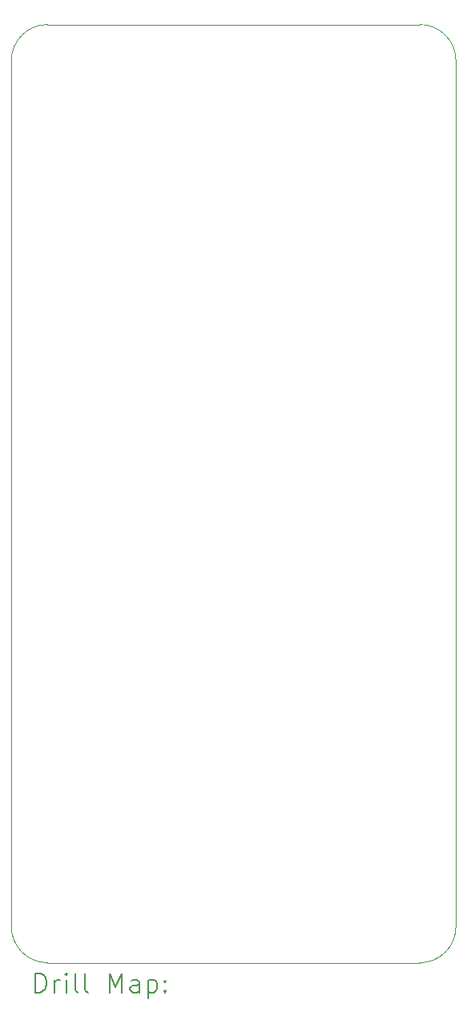
<source format=gbr>
%FSLAX45Y45*%
G04 Gerber Fmt 4.5, Leading zero omitted, Abs format (unit mm)*
G04 Created by KiCad (PCBNEW 6.0.5+dfsg-1~bpo11+1) date 2022-12-29 14:19:14*
%MOMM*%
%LPD*%
G01*
G04 APERTURE LIST*
%TA.AperFunction,Profile*%
%ADD10C,0.050000*%
%TD*%
%ADD11C,0.200000*%
G04 APERTURE END LIST*
D10*
X12674600Y-4622800D02*
X16611600Y-4622800D01*
X16992600Y-5003800D02*
G75*
G03*
X16611600Y-4622800I-381000J0D01*
G01*
X12293600Y-14147800D02*
G75*
G03*
X12674600Y-14528800I381000J0D01*
G01*
X16611600Y-14528800D02*
G75*
G03*
X16992600Y-14147800I0J381000D01*
G01*
X12674600Y-4622800D02*
G75*
G03*
X12293600Y-5003800I0J-381000D01*
G01*
X12293600Y-14147800D02*
X12293600Y-5003800D01*
X16992600Y-5003800D02*
X16992600Y-14147800D01*
X16611600Y-14528800D02*
X12674600Y-14528800D01*
D11*
X12548719Y-14841776D02*
X12548719Y-14641776D01*
X12596338Y-14641776D01*
X12624909Y-14651300D01*
X12643957Y-14670348D01*
X12653481Y-14689395D01*
X12663005Y-14727490D01*
X12663005Y-14756062D01*
X12653481Y-14794157D01*
X12643957Y-14813205D01*
X12624909Y-14832252D01*
X12596338Y-14841776D01*
X12548719Y-14841776D01*
X12748719Y-14841776D02*
X12748719Y-14708443D01*
X12748719Y-14746538D02*
X12758243Y-14727490D01*
X12767767Y-14717967D01*
X12786814Y-14708443D01*
X12805862Y-14708443D01*
X12872528Y-14841776D02*
X12872528Y-14708443D01*
X12872528Y-14641776D02*
X12863005Y-14651300D01*
X12872528Y-14660824D01*
X12882052Y-14651300D01*
X12872528Y-14641776D01*
X12872528Y-14660824D01*
X12996338Y-14841776D02*
X12977290Y-14832252D01*
X12967767Y-14813205D01*
X12967767Y-14641776D01*
X13101100Y-14841776D02*
X13082052Y-14832252D01*
X13072528Y-14813205D01*
X13072528Y-14641776D01*
X13329671Y-14841776D02*
X13329671Y-14641776D01*
X13396338Y-14784633D01*
X13463005Y-14641776D01*
X13463005Y-14841776D01*
X13643957Y-14841776D02*
X13643957Y-14737014D01*
X13634433Y-14717967D01*
X13615386Y-14708443D01*
X13577290Y-14708443D01*
X13558243Y-14717967D01*
X13643957Y-14832252D02*
X13624909Y-14841776D01*
X13577290Y-14841776D01*
X13558243Y-14832252D01*
X13548719Y-14813205D01*
X13548719Y-14794157D01*
X13558243Y-14775109D01*
X13577290Y-14765586D01*
X13624909Y-14765586D01*
X13643957Y-14756062D01*
X13739195Y-14708443D02*
X13739195Y-14908443D01*
X13739195Y-14717967D02*
X13758243Y-14708443D01*
X13796338Y-14708443D01*
X13815386Y-14717967D01*
X13824909Y-14727490D01*
X13834433Y-14746538D01*
X13834433Y-14803681D01*
X13824909Y-14822728D01*
X13815386Y-14832252D01*
X13796338Y-14841776D01*
X13758243Y-14841776D01*
X13739195Y-14832252D01*
X13920148Y-14822728D02*
X13929671Y-14832252D01*
X13920148Y-14841776D01*
X13910624Y-14832252D01*
X13920148Y-14822728D01*
X13920148Y-14841776D01*
X13920148Y-14717967D02*
X13929671Y-14727490D01*
X13920148Y-14737014D01*
X13910624Y-14727490D01*
X13920148Y-14717967D01*
X13920148Y-14737014D01*
M02*

</source>
